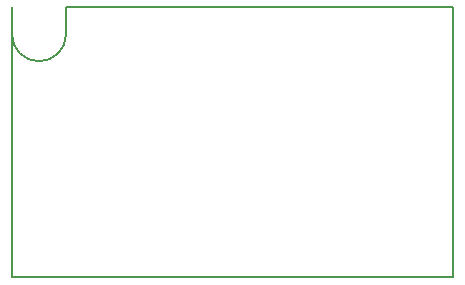
<source format=gbr>
G04 #@! TF.FileFunction,Profile,NP*
%FSLAX46Y46*%
G04 Gerber Fmt 4.6, Leading zero omitted, Abs format (unit mm)*
G04 Created by KiCad (PCBNEW 4.0.2-4+6225~38~ubuntu14.04.1-stable) date Sun 10 Apr 2016 19:44:50 CEST*
%MOMM*%
G01*
G04 APERTURE LIST*
%ADD10C,0.100000*%
%ADD11C,0.150000*%
G04 APERTURE END LIST*
D10*
D11*
X165133000Y-95504000D02*
X132334000Y-95504000D01*
X127762000Y-118364000D02*
X165133000Y-118364000D01*
X165133000Y-95504000D02*
X165133000Y-118364000D01*
X132334000Y-97790000D02*
X132334000Y-95504000D01*
X127762000Y-118364000D02*
X127762000Y-95504000D01*
X127762000Y-97790000D02*
G75*
G03X130048000Y-100076000I2286000J0D01*
G01*
X130048000Y-100076000D02*
G75*
G03X132334000Y-97790000I0J2286000D01*
G01*
X127762000Y-95504000D02*
X127762000Y-97790000D01*
M02*

</source>
